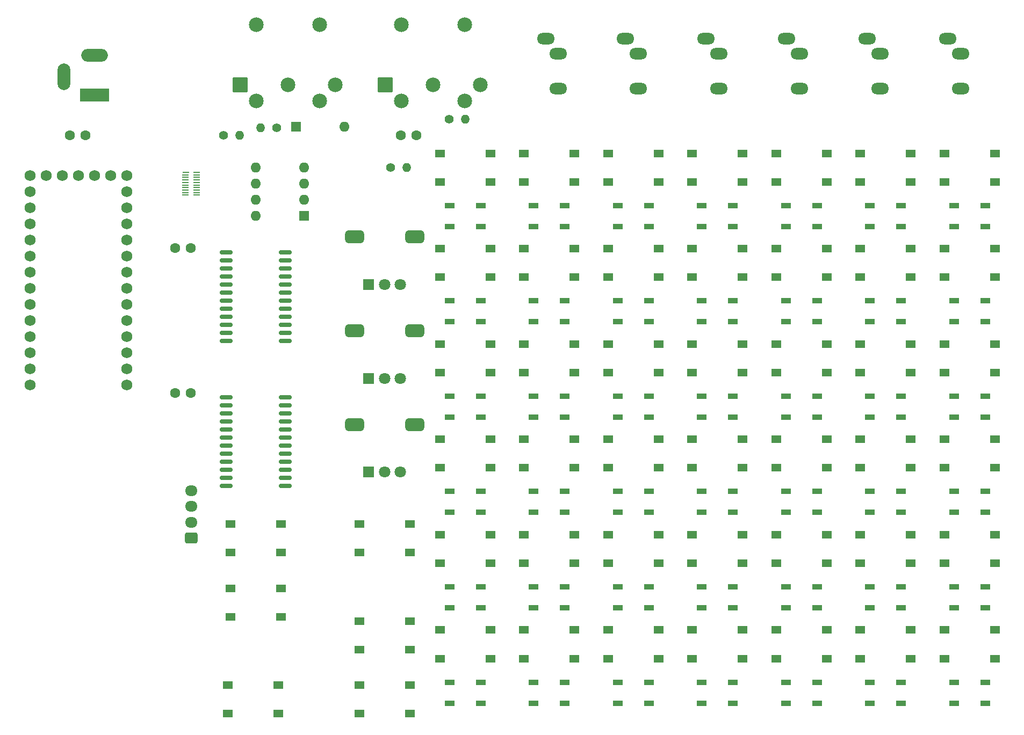
<source format=gbr>
%TF.GenerationSoftware,KiCad,Pcbnew,(6.0.11-0)*%
%TF.CreationDate,2025-03-26T21:45:14-05:00*%
%TF.ProjectId,btnBRD,62746e42-5244-42e6-9b69-6361645f7063,rev?*%
%TF.SameCoordinates,Original*%
%TF.FileFunction,Soldermask,Top*%
%TF.FilePolarity,Negative*%
%FSLAX46Y46*%
G04 Gerber Fmt 4.6, Leading zero omitted, Abs format (unit mm)*
G04 Created by KiCad (PCBNEW (6.0.11-0)) date 2025-03-26 21:45:14*
%MOMM*%
%LPD*%
G01*
G04 APERTURE LIST*
G04 Aperture macros list*
%AMRoundRect*
0 Rectangle with rounded corners*
0 $1 Rounding radius*
0 $2 $3 $4 $5 $6 $7 $8 $9 X,Y pos of 4 corners*
0 Add a 4 corners polygon primitive as box body*
4,1,4,$2,$3,$4,$5,$6,$7,$8,$9,$2,$3,0*
0 Add four circle primitives for the rounded corners*
1,1,$1+$1,$2,$3*
1,1,$1+$1,$4,$5*
1,1,$1+$1,$6,$7*
1,1,$1+$1,$8,$9*
0 Add four rect primitives between the rounded corners*
20,1,$1+$1,$2,$3,$4,$5,0*
20,1,$1+$1,$4,$5,$6,$7,0*
20,1,$1+$1,$6,$7,$8,$9,0*
20,1,$1+$1,$8,$9,$2,$3,0*%
G04 Aperture macros list end*
%ADD10R,4.600000X2.000000*%
%ADD11O,4.200000X2.000000*%
%ADD12O,2.000000X4.200000*%
%ADD13R,1.550000X1.300000*%
%ADD14R,1.500000X0.900000*%
%ADD15O,2.800000X1.800000*%
%ADD16C,1.600000*%
%ADD17C,1.734000*%
%ADD18RoundRect,0.500000X1.000000X-0.500000X1.000000X0.500000X-1.000000X0.500000X-1.000000X-0.500000X0*%
%ADD19C,1.800000*%
%ADD20R,1.800000X1.800000*%
%ADD21RoundRect,0.150000X-0.875000X-0.150000X0.875000X-0.150000X0.875000X0.150000X-0.875000X0.150000X0*%
%ADD22O,1.400000X1.400000*%
%ADD23C,1.400000*%
%ADD24O,1.600000X1.600000*%
%ADD25R,1.600000X1.600000*%
%ADD26R,1.000000X0.200000*%
%ADD27R,1.100000X0.200000*%
%ADD28C,2.304000*%
%ADD29RoundRect,0.102000X1.050000X1.050000X-1.050000X1.050000X-1.050000X-1.050000X1.050000X-1.050000X0*%
%ADD30O,1.950000X1.700000*%
%ADD31RoundRect,0.250000X0.725000X-0.600000X0.725000X0.600000X-0.725000X0.600000X-0.725000X-0.600000X0*%
G04 APERTURE END LIST*
D10*
%TO.C,J1*%
X35560000Y-31750000D03*
D11*
X35560000Y-25450000D03*
D12*
X30760000Y-28850000D03*
%TD*%
D13*
%TO.C,SW17*%
X116500000Y-71000000D03*
X124460000Y-71000000D03*
X124460000Y-75500000D03*
X116500000Y-75500000D03*
%TD*%
D14*
%TO.C,D8*%
X96430000Y-64185000D03*
X96430000Y-67485000D03*
X91530000Y-67485000D03*
X91530000Y-64185000D03*
%TD*%
D15*
%TO.C,J5*%
X121280000Y-25260000D03*
X119280000Y-22860000D03*
X121280000Y-30760000D03*
%TD*%
D13*
%TO.C,SW16*%
X103250000Y-71000000D03*
X111210000Y-71000000D03*
X103250000Y-75500000D03*
X111210000Y-75500000D03*
%TD*%
D14*
%TO.C,D10*%
X122930000Y-64185000D03*
X122930000Y-67485000D03*
X118030000Y-67485000D03*
X118030000Y-64185000D03*
%TD*%
D13*
%TO.C,SW22*%
X90000000Y-86035000D03*
X97960000Y-86035000D03*
X97960000Y-90535000D03*
X90000000Y-90535000D03*
%TD*%
D16*
%TO.C,C2*%
X86320000Y-38100000D03*
X83820000Y-38100000D03*
%TD*%
%TO.C,C3*%
X50760000Y-55880000D03*
X48260000Y-55880000D03*
%TD*%
D13*
%TO.C,SW24*%
X116500000Y-86035000D03*
X124460000Y-86035000D03*
X124460000Y-90535000D03*
X116500000Y-90535000D03*
%TD*%
D15*
%TO.C,J9*%
X172080000Y-25260000D03*
X170080000Y-22860000D03*
X172080000Y-30760000D03*
%TD*%
D14*
%TO.C,D11*%
X136180000Y-64185000D03*
X136180000Y-67485000D03*
X131280000Y-67485000D03*
X131280000Y-64185000D03*
%TD*%
D13*
%TO.C,SW42*%
X177460000Y-116105000D03*
X169500000Y-116105000D03*
X177460000Y-120605000D03*
X169500000Y-120605000D03*
%TD*%
D15*
%TO.C,J4*%
X108680000Y-25260000D03*
X106680000Y-22860000D03*
X108680000Y-30760000D03*
%TD*%
D13*
%TO.C,SW34*%
X156250000Y-101070000D03*
X164210000Y-101070000D03*
X164210000Y-105570000D03*
X156250000Y-105570000D03*
%TD*%
D14*
%TO.C,D37*%
X109680000Y-124325000D03*
X109680000Y-127625000D03*
X104780000Y-127625000D03*
X104780000Y-124325000D03*
%TD*%
D15*
%TO.C,J6*%
X133980000Y-25260000D03*
X131980000Y-22860000D03*
X133980000Y-30760000D03*
%TD*%
D13*
%TO.C,SW35*%
X169500000Y-101070000D03*
X177460000Y-101070000D03*
X169500000Y-105570000D03*
X177460000Y-105570000D03*
%TD*%
D16*
%TO.C,C4*%
X50760000Y-78740000D03*
X48260000Y-78740000D03*
%TD*%
D14*
%TO.C,D40*%
X149430000Y-124325000D03*
X149430000Y-127625000D03*
X144530000Y-127625000D03*
X144530000Y-124325000D03*
%TD*%
D17*
%TO.C,U1*%
X25400000Y-77470000D03*
X38100000Y-44450000D03*
X30480000Y-44450000D03*
X27940000Y-44450000D03*
X25400000Y-74930000D03*
X33020000Y-44450000D03*
X40640000Y-77470000D03*
X25400000Y-69850000D03*
X25400000Y-67310000D03*
X25400000Y-64770000D03*
X25400000Y-62230000D03*
X25400000Y-59690000D03*
X25400000Y-57150000D03*
X25400000Y-54610000D03*
X25400000Y-52070000D03*
X25400000Y-49530000D03*
X25400000Y-46990000D03*
X25400000Y-44450000D03*
X40640000Y-44450000D03*
X40640000Y-46990000D03*
X40640000Y-49530000D03*
X40640000Y-52070000D03*
X40640000Y-54610000D03*
X40640000Y-57150000D03*
X40640000Y-59690000D03*
X40640000Y-62230000D03*
X40640000Y-64770000D03*
X25400000Y-72390000D03*
X35560000Y-44450000D03*
X40640000Y-67310000D03*
X40640000Y-69850000D03*
X40640000Y-72390000D03*
X40640000Y-74930000D03*
%TD*%
D18*
%TO.C,RV1*%
X86030000Y-83705000D03*
X76530000Y-83705000D03*
D19*
X83780000Y-91205000D03*
X81280000Y-91205000D03*
D20*
X78780000Y-91205000D03*
%TD*%
D18*
%TO.C,RV2*%
X86030000Y-68905000D03*
X76530000Y-68905000D03*
D19*
X83780000Y-76405000D03*
X81280000Y-76405000D03*
D20*
X78780000Y-76405000D03*
%TD*%
D14*
%TO.C,D3*%
X122930000Y-49150000D03*
X122930000Y-52450000D03*
X118030000Y-52450000D03*
X118030000Y-49150000D03*
%TD*%
%TO.C,D28*%
X175930000Y-94255000D03*
X175930000Y-97555000D03*
X171030000Y-97555000D03*
X171030000Y-94255000D03*
%TD*%
D13*
%TO.C,SW21*%
X177460000Y-71000000D03*
X169500000Y-71000000D03*
X177460000Y-75500000D03*
X169500000Y-75500000D03*
%TD*%
%TO.C,SW10*%
X116500000Y-55965000D03*
X124460000Y-55965000D03*
X124460000Y-60465000D03*
X116500000Y-60465000D03*
%TD*%
%TO.C,SW47*%
X85260000Y-114696129D03*
X77300000Y-114696129D03*
X77300000Y-119196129D03*
X85260000Y-119196129D03*
%TD*%
%TO.C,SW33*%
X150960000Y-101070000D03*
X143000000Y-101070000D03*
X150960000Y-105570000D03*
X143000000Y-105570000D03*
%TD*%
D14*
%TO.C,D4*%
X136180000Y-49150000D03*
X136180000Y-52450000D03*
X131280000Y-52450000D03*
X131280000Y-49150000D03*
%TD*%
%TO.C,D19*%
X149430000Y-79220000D03*
X149430000Y-82520000D03*
X144530000Y-82520000D03*
X144530000Y-79220000D03*
%TD*%
D13*
%TO.C,SW40*%
X143000000Y-116105000D03*
X150960000Y-116105000D03*
X150960000Y-120605000D03*
X143000000Y-120605000D03*
%TD*%
D14*
%TO.C,D29*%
X96430000Y-109290000D03*
X96430000Y-112590000D03*
X91530000Y-112590000D03*
X91530000Y-109290000D03*
%TD*%
D15*
%TO.C,J8*%
X159380000Y-25260000D03*
X157380000Y-22860000D03*
X159380000Y-30760000D03*
%TD*%
D13*
%TO.C,SW4*%
X137710000Y-40930000D03*
X129750000Y-40930000D03*
X137710000Y-45430000D03*
X129750000Y-45430000D03*
%TD*%
D15*
%TO.C,J7*%
X146680000Y-25260000D03*
X144680000Y-22860000D03*
X146680000Y-30760000D03*
%TD*%
D13*
%TO.C,SW19*%
X143000000Y-71000000D03*
X150960000Y-71000000D03*
X143000000Y-75500000D03*
X150960000Y-75500000D03*
%TD*%
D21*
%TO.C,U2*%
X65610000Y-56515000D03*
X65610000Y-57785000D03*
X65610000Y-59055000D03*
X65610000Y-60325000D03*
X65610000Y-61595000D03*
X65610000Y-62865000D03*
X65610000Y-64135000D03*
X65610000Y-65405000D03*
X65610000Y-66675000D03*
X65610000Y-67945000D03*
X65610000Y-69215000D03*
X65610000Y-70485000D03*
X56310000Y-70485000D03*
X56310000Y-69215000D03*
X56310000Y-67945000D03*
X56310000Y-66675000D03*
X56310000Y-65405000D03*
X56310000Y-64135000D03*
X56310000Y-62865000D03*
X56310000Y-61595000D03*
X56310000Y-60325000D03*
X56310000Y-59055000D03*
X56310000Y-57785000D03*
X56310000Y-56515000D03*
%TD*%
D14*
%TO.C,D17*%
X122930000Y-79220000D03*
X122930000Y-82520000D03*
X118030000Y-82520000D03*
X118030000Y-79220000D03*
%TD*%
D13*
%TO.C,SW2*%
X111210000Y-40930000D03*
X103250000Y-40930000D03*
X103250000Y-45430000D03*
X111210000Y-45430000D03*
%TD*%
%TO.C,SW28*%
X169500000Y-86035000D03*
X177460000Y-86035000D03*
X169500000Y-90535000D03*
X177460000Y-90535000D03*
%TD*%
%TO.C,SW1*%
X97960000Y-40930000D03*
X90000000Y-40930000D03*
X90000000Y-45430000D03*
X97960000Y-45430000D03*
%TD*%
%TO.C,SW38*%
X124460000Y-116105000D03*
X116500000Y-116105000D03*
X116500000Y-120605000D03*
X124460000Y-120605000D03*
%TD*%
%TO.C,SW27*%
X156250000Y-86035000D03*
X164210000Y-86035000D03*
X156250000Y-90535000D03*
X164210000Y-90535000D03*
%TD*%
D22*
%TO.C,R3*%
X61760000Y-36900000D03*
D23*
X64300000Y-36900000D03*
%TD*%
D13*
%TO.C,SW41*%
X156250000Y-116105000D03*
X164210000Y-116105000D03*
X156250000Y-120605000D03*
X164210000Y-120605000D03*
%TD*%
%TO.C,SW9*%
X103250000Y-55965000D03*
X111210000Y-55965000D03*
X103250000Y-60465000D03*
X111210000Y-60465000D03*
%TD*%
D14*
%TO.C,D15*%
X96430000Y-79220000D03*
X96430000Y-82520000D03*
X91530000Y-82520000D03*
X91530000Y-79220000D03*
%TD*%
D13*
%TO.C,SW20*%
X164210000Y-71000000D03*
X156250000Y-71000000D03*
X164210000Y-75500000D03*
X156250000Y-75500000D03*
%TD*%
D14*
%TO.C,D42*%
X175930000Y-124325000D03*
X175930000Y-127625000D03*
X171030000Y-127625000D03*
X171030000Y-124325000D03*
%TD*%
%TO.C,D1*%
X96430000Y-49150000D03*
X96430000Y-52450000D03*
X91530000Y-52450000D03*
X91530000Y-49150000D03*
%TD*%
%TO.C,D16*%
X109680000Y-79220000D03*
X109680000Y-82520000D03*
X104780000Y-82520000D03*
X104780000Y-79220000D03*
%TD*%
%TO.C,D20*%
X162680000Y-79220000D03*
X162680000Y-82520000D03*
X157780000Y-82520000D03*
X157780000Y-79220000D03*
%TD*%
D13*
%TO.C,SW30*%
X103250000Y-101070000D03*
X111210000Y-101070000D03*
X103250000Y-105570000D03*
X111210000Y-105570000D03*
%TD*%
%TO.C,SW29*%
X90000000Y-101070000D03*
X97960000Y-101070000D03*
X97960000Y-105570000D03*
X90000000Y-105570000D03*
%TD*%
%TO.C,SW6*%
X156250000Y-40930000D03*
X164210000Y-40930000D03*
X156250000Y-45430000D03*
X164210000Y-45430000D03*
%TD*%
%TO.C,SW26*%
X143000000Y-86035000D03*
X150960000Y-86035000D03*
X143000000Y-90535000D03*
X150960000Y-90535000D03*
%TD*%
D14*
%TO.C,D23*%
X109680000Y-94255000D03*
X109680000Y-97555000D03*
X104780000Y-97555000D03*
X104780000Y-94255000D03*
%TD*%
D13*
%TO.C,SW11*%
X129750000Y-55965000D03*
X137710000Y-55965000D03*
X129750000Y-60465000D03*
X137710000Y-60465000D03*
%TD*%
%TO.C,SW48*%
X85260000Y-99350000D03*
X77300000Y-99350000D03*
X85260000Y-103850000D03*
X77300000Y-103850000D03*
%TD*%
D14*
%TO.C,D2*%
X109680000Y-49150000D03*
X109680000Y-52450000D03*
X104780000Y-52450000D03*
X104780000Y-49150000D03*
%TD*%
D13*
%TO.C,SW43*%
X64940000Y-99350000D03*
X56980000Y-99350000D03*
X64940000Y-103850000D03*
X56980000Y-103850000D03*
%TD*%
D14*
%TO.C,D27*%
X162680000Y-94255000D03*
X162680000Y-97555000D03*
X157780000Y-97555000D03*
X157780000Y-94255000D03*
%TD*%
D18*
%TO.C,RV3*%
X86030000Y-54105000D03*
X76530000Y-54105000D03*
D19*
X83780000Y-61605000D03*
X81280000Y-61605000D03*
D20*
X78780000Y-61605000D03*
%TD*%
D22*
%TO.C,R1*%
X84760000Y-43180000D03*
D23*
X82220000Y-43180000D03*
%TD*%
D22*
%TO.C,R4*%
X93980000Y-35560000D03*
D23*
X91440000Y-35560000D03*
%TD*%
D13*
%TO.C,SW3*%
X124460000Y-40930000D03*
X116500000Y-40930000D03*
X116500000Y-45430000D03*
X124460000Y-45430000D03*
%TD*%
%TO.C,SW23*%
X111210000Y-86035000D03*
X103250000Y-86035000D03*
X111210000Y-90535000D03*
X103250000Y-90535000D03*
%TD*%
D14*
%TO.C,D39*%
X136180000Y-124325000D03*
X136180000Y-127625000D03*
X131280000Y-127625000D03*
X131280000Y-124325000D03*
%TD*%
%TO.C,D12*%
X149430000Y-64185000D03*
X149430000Y-67485000D03*
X144530000Y-67485000D03*
X144530000Y-64185000D03*
%TD*%
D13*
%TO.C,SW25*%
X129750000Y-86035000D03*
X137710000Y-86035000D03*
X137710000Y-90535000D03*
X129750000Y-90535000D03*
%TD*%
D14*
%TO.C,D36*%
X96430000Y-124325000D03*
X96430000Y-127625000D03*
X91530000Y-127625000D03*
X91530000Y-124325000D03*
%TD*%
%TO.C,D31*%
X122930000Y-109290000D03*
X122930000Y-112590000D03*
X118030000Y-112590000D03*
X118030000Y-109290000D03*
%TD*%
%TO.C,D26*%
X149430000Y-94255000D03*
X149430000Y-97555000D03*
X144530000Y-97555000D03*
X144530000Y-94255000D03*
%TD*%
D13*
%TO.C,SW44*%
X56980000Y-109510000D03*
X64940000Y-109510000D03*
X64940000Y-114010000D03*
X56980000Y-114010000D03*
%TD*%
D14*
%TO.C,D30*%
X109680000Y-109290000D03*
X109680000Y-112590000D03*
X104780000Y-112590000D03*
X104780000Y-109290000D03*
%TD*%
%TO.C,D24*%
X122930000Y-94255000D03*
X122930000Y-97555000D03*
X118030000Y-97555000D03*
X118030000Y-94255000D03*
%TD*%
D13*
%TO.C,SW37*%
X111210000Y-116105000D03*
X103250000Y-116105000D03*
X103250000Y-120605000D03*
X111210000Y-120605000D03*
%TD*%
D24*
%TO.C,D43*%
X74930000Y-36750000D03*
D25*
X67310000Y-36750000D03*
%TD*%
D13*
%TO.C,SW36*%
X97960000Y-116105000D03*
X90000000Y-116105000D03*
X97960000Y-120605000D03*
X90000000Y-120605000D03*
%TD*%
D14*
%TO.C,D33*%
X149430000Y-109290000D03*
X149430000Y-112590000D03*
X144530000Y-112590000D03*
X144530000Y-109290000D03*
%TD*%
D13*
%TO.C,SW32*%
X137710000Y-101070000D03*
X129750000Y-101070000D03*
X137710000Y-105570000D03*
X129750000Y-105570000D03*
%TD*%
D14*
%TO.C,D6*%
X162680000Y-49150000D03*
X162680000Y-52450000D03*
X157780000Y-52450000D03*
X157780000Y-49150000D03*
%TD*%
D16*
%TO.C,C1*%
X34167446Y-38100000D03*
X31667446Y-38100000D03*
%TD*%
D13*
%TO.C,SW45*%
X56600000Y-124750000D03*
X64560000Y-124750000D03*
X56600000Y-129250000D03*
X64560000Y-129250000D03*
%TD*%
%TO.C,SW15*%
X90000000Y-71000000D03*
X97960000Y-71000000D03*
X97960000Y-75500000D03*
X90000000Y-75500000D03*
%TD*%
%TO.C,SW7*%
X177460000Y-40930000D03*
X169500000Y-40930000D03*
X177460000Y-45430000D03*
X169500000Y-45430000D03*
%TD*%
D14*
%TO.C,D7*%
X175930000Y-49150000D03*
X175930000Y-52450000D03*
X171030000Y-52450000D03*
X171030000Y-49150000D03*
%TD*%
D22*
%TO.C,R2*%
X58420000Y-38100000D03*
D23*
X55880000Y-38100000D03*
%TD*%
D26*
%TO.C,U4*%
X51700000Y-43920000D03*
X51700000Y-44320000D03*
X51700000Y-44720000D03*
X51700000Y-45120000D03*
X51700000Y-45520000D03*
X51700000Y-45920000D03*
X51700000Y-46320000D03*
X51700000Y-46720000D03*
X51700000Y-47120000D03*
X51700000Y-47520000D03*
X49900000Y-47520000D03*
X49900000Y-47120000D03*
X49900000Y-46720000D03*
X49900000Y-46320000D03*
X49900000Y-45920000D03*
X49900000Y-45520000D03*
X49900000Y-45120000D03*
X49900000Y-44720000D03*
X49900000Y-44320000D03*
D27*
X49950000Y-43920000D03*
%TD*%
D28*
%TO.C,J3*%
X83900000Y-20650000D03*
X93900000Y-20650000D03*
X93900000Y-32650000D03*
X83900000Y-32650000D03*
X96400000Y-30150000D03*
X88900000Y-30150000D03*
D29*
X81400000Y-30150000D03*
%TD*%
D13*
%TO.C,SW39*%
X129750000Y-116105000D03*
X137710000Y-116105000D03*
X129750000Y-120605000D03*
X137710000Y-120605000D03*
%TD*%
D30*
%TO.C,J10*%
X50800000Y-94100000D03*
X50800000Y-96600000D03*
X50800000Y-99100000D03*
D31*
X50800000Y-101600000D03*
%TD*%
D13*
%TO.C,SW46*%
X85260000Y-124750000D03*
X77300000Y-124750000D03*
X85260000Y-129250000D03*
X77300000Y-129250000D03*
%TD*%
D14*
%TO.C,D18*%
X136180000Y-79220000D03*
X136180000Y-82520000D03*
X131280000Y-82520000D03*
X131280000Y-79220000D03*
%TD*%
D13*
%TO.C,SW14*%
X177460000Y-55965000D03*
X169500000Y-55965000D03*
X177460000Y-60465000D03*
X169500000Y-60465000D03*
%TD*%
D14*
%TO.C,D21*%
X175930000Y-79220000D03*
X175930000Y-82520000D03*
X171030000Y-82520000D03*
X171030000Y-79220000D03*
%TD*%
%TO.C,D34*%
X162680000Y-109290000D03*
X162680000Y-112590000D03*
X157780000Y-112590000D03*
X157780000Y-109290000D03*
%TD*%
D24*
%TO.C,U5*%
X60960000Y-50800000D03*
X60960000Y-48260000D03*
X60960000Y-45720000D03*
X60960000Y-43180000D03*
X68580000Y-43180000D03*
X68580000Y-45720000D03*
X68580000Y-48260000D03*
D25*
X68580000Y-50800000D03*
%TD*%
D14*
%TO.C,D35*%
X175930000Y-109290000D03*
X175930000Y-112590000D03*
X171030000Y-112590000D03*
X171030000Y-109290000D03*
%TD*%
D13*
%TO.C,SW31*%
X124460000Y-101070000D03*
X116500000Y-101070000D03*
X116500000Y-105570000D03*
X124460000Y-105570000D03*
%TD*%
D14*
%TO.C,D5*%
X149430000Y-49150000D03*
X149430000Y-52450000D03*
X144530000Y-52450000D03*
X144530000Y-49150000D03*
%TD*%
%TO.C,D22*%
X96430000Y-94255000D03*
X96430000Y-97555000D03*
X91530000Y-97555000D03*
X91530000Y-94255000D03*
%TD*%
D13*
%TO.C,SW8*%
X97960000Y-55965000D03*
X90000000Y-55965000D03*
X97960000Y-60465000D03*
X90000000Y-60465000D03*
%TD*%
%TO.C,SW13*%
X164210000Y-55965000D03*
X156250000Y-55965000D03*
X164210000Y-60465000D03*
X156250000Y-60465000D03*
%TD*%
D28*
%TO.C,J2*%
X61040000Y-20650000D03*
X71040000Y-20650000D03*
X71040000Y-32650000D03*
X61040000Y-32650000D03*
X73540000Y-30150000D03*
X66040000Y-30150000D03*
D29*
X58540000Y-30150000D03*
%TD*%
D14*
%TO.C,D9*%
X109680000Y-64185000D03*
X109680000Y-67485000D03*
X104780000Y-67485000D03*
X104780000Y-64185000D03*
%TD*%
%TO.C,D13*%
X162680000Y-64185000D03*
X162680000Y-67485000D03*
X157780000Y-67485000D03*
X157780000Y-64185000D03*
%TD*%
D13*
%TO.C,SW5*%
X150960000Y-40930000D03*
X143000000Y-40930000D03*
X143000000Y-45430000D03*
X150960000Y-45430000D03*
%TD*%
D14*
%TO.C,D32*%
X136180000Y-109290000D03*
X136180000Y-112590000D03*
X131280000Y-112590000D03*
X131280000Y-109290000D03*
%TD*%
D13*
%TO.C,SW18*%
X137710000Y-71000000D03*
X129750000Y-71000000D03*
X137710000Y-75500000D03*
X129750000Y-75500000D03*
%TD*%
D14*
%TO.C,D25*%
X136180000Y-94255000D03*
X136180000Y-97555000D03*
X131280000Y-97555000D03*
X131280000Y-94255000D03*
%TD*%
D21*
%TO.C,U3*%
X65610000Y-79375000D03*
X65610000Y-80645000D03*
X65610000Y-81915000D03*
X65610000Y-83185000D03*
X65610000Y-84455000D03*
X65610000Y-85725000D03*
X65610000Y-86995000D03*
X65610000Y-88265000D03*
X65610000Y-89535000D03*
X65610000Y-90805000D03*
X65610000Y-92075000D03*
X65610000Y-93345000D03*
X56310000Y-93345000D03*
X56310000Y-92075000D03*
X56310000Y-90805000D03*
X56310000Y-89535000D03*
X56310000Y-88265000D03*
X56310000Y-86995000D03*
X56310000Y-85725000D03*
X56310000Y-84455000D03*
X56310000Y-83185000D03*
X56310000Y-81915000D03*
X56310000Y-80645000D03*
X56310000Y-79375000D03*
%TD*%
D14*
%TO.C,D38*%
X122930000Y-124325000D03*
X122930000Y-127625000D03*
X118030000Y-127625000D03*
X118030000Y-124325000D03*
%TD*%
%TO.C,D41*%
X162680000Y-124325000D03*
X162680000Y-127625000D03*
X157780000Y-127625000D03*
X157780000Y-124325000D03*
%TD*%
D13*
%TO.C,SW12*%
X150960000Y-55965000D03*
X143000000Y-55965000D03*
X150960000Y-60465000D03*
X143000000Y-60465000D03*
%TD*%
D14*
%TO.C,D14*%
X175930000Y-64185000D03*
X175930000Y-67485000D03*
X171030000Y-67485000D03*
X171030000Y-64185000D03*
%TD*%
M02*

</source>
